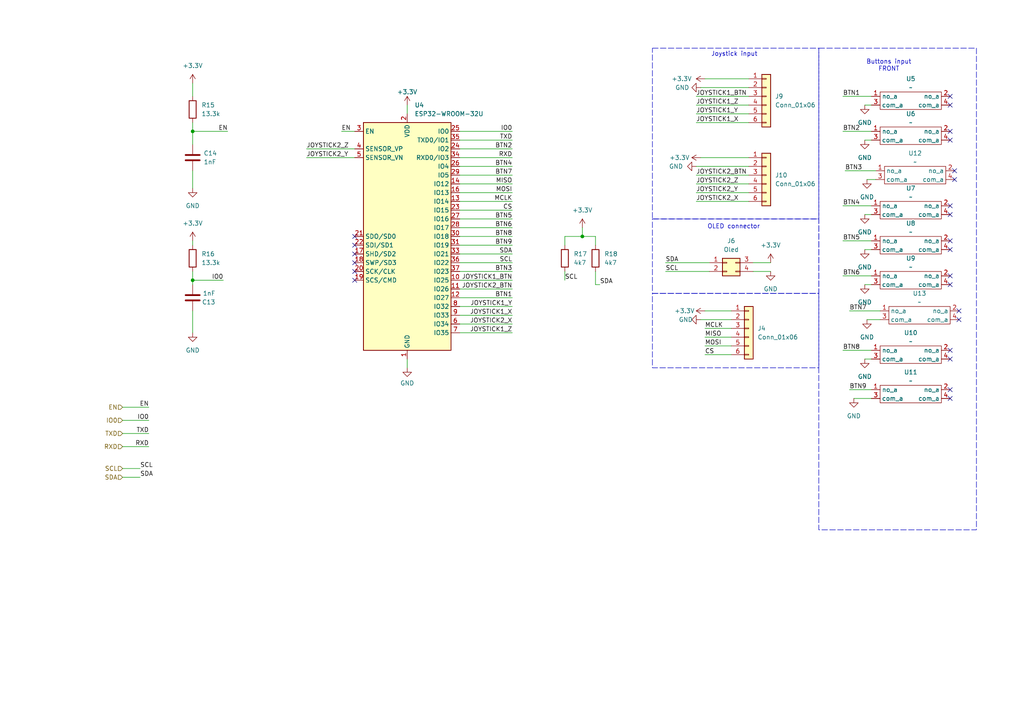
<source format=kicad_sch>
(kicad_sch (version 20250114) (generator "eeschema") (generator_version "9.0")
  (paper "A4")
  (lib_symbols
    (symbol "Connector_Generic:Conn_01x06" (pin_names (offset 1.016) (hide yes))
      (property "Reference" "J" (at 0 7.62 0))
      (property "Value" "Conn_01x06" (at 0 -10.16 0))
      (symbol "Conn_01x06_1_1"
        (rectangle (start -1.27 6.35) (end 1.27 -8.89) (stroke (width 0.254)) (fill (type background)))
        (rectangle (start -1.27 5.207) (end 0 4.953) (stroke (width 0.1524)))
        (rectangle (start -1.27 2.667) (end 0 2.413) (stroke (width 0.1524)))
        (rectangle (start -1.27 0.127) (end 0 -0.127) (stroke (width 0.1524)))
        (rectangle (start -1.27 -2.413) (end 0 -2.667) (stroke (width 0.1524)))
        (rectangle (start -1.27 -4.953) (end 0 -5.207) (stroke (width 0.1524)))
        (rectangle (start -1.27 -7.493) (end 0 -7.747) (stroke (width 0.1524)))
        (pin passive line (at -5.08 5.08 0) (length 3.81) (name "Pin_1") (number "1"))
        (pin passive line (at -5.08 2.54 0) (length 3.81) (name "Pin_2") (number "2"))
        (pin passive line (at -5.08 0 0) (length 3.81) (name "Pin_3") (number "3"))
        (pin passive line (at -5.08 -2.54 0) (length 3.81) (name "Pin_4") (number "4"))
        (pin passive line (at -5.08 -5.08 0) (length 3.81) (name "Pin_5") (number "5"))
        (pin passive line (at -5.08 -7.62 0) (length 3.81) (name "Pin_6") (number "6"))
      )
    )
    (symbol "Connector_Generic:Conn_02x02_Top_Bottom" (pin_names (offset 1.016) (hide yes))
      (property "Reference" "J" (at 1.27 2.54 0))
      (property "Value" "Conn_02x02_Top_Bottom" (at 1.27 -5.08 0))
      (symbol "Conn_02x02_Top_Bottom_1_1"
        (rectangle (start -1.27 1.27) (end 3.81 -3.81) (stroke (width 0.254)) (fill (type background)))
        (rectangle (start -1.27 0.127) (end 0 -0.127) (stroke (width 0.1524)))
        (rectangle (start -1.27 -2.413) (end 0 -2.667) (stroke (width 0.1524)))
        (rectangle (start 3.81 0.127) (end 2.54 -0.127) (stroke (width 0.1524)))
        (rectangle (start 3.81 -2.413) (end 2.54 -2.667) (stroke (width 0.1524)))
        (pin passive line (at -5.08 0 0) (length 3.81) (name "Pin_1") (number "1"))
        (pin passive line (at -5.08 -2.54 0) (length 3.81) (name "Pin_2") (number "2"))
        (pin passive line (at 7.62 0 180) (length 3.81) (name "Pin_3") (number "3"))
        (pin passive line (at 7.62 -2.54 180) (length 3.81) (name "Pin_4") (number "4"))
      )
    )
    (symbol "Device:C" (pin_numbers (hide yes)) (pin_names (offset 0.254))
      (property "Reference" "C" (at 0.635 2.54 0))
      (property "Value" "C" (at 0.635 -2.54 0))
      (symbol "C_0_1"
        (polyline (pts (xy -2.032 0.762) (xy 2.032 0.762)) (stroke (width 0.508)))
        (polyline (pts (xy -2.032 -0.762) (xy 2.032 -0.762)) (stroke (width 0.508)))
      )
      (symbol "C_1_1"
        (pin passive line (at 0 3.81 270) (length 2.794) (name "~") (number "1"))
        (pin passive line (at 0 -3.81 90) (length 2.794) (name "~") (number "2"))
      )
    )
    (symbol "Device:R" (pin_numbers (hide yes)) (pin_names (offset 0))
      (property "Reference" "R" (at 2.032 0 90))
      (property "Value" "R" (at 0 0 90))
      (symbol "R_0_1"
        (rectangle (start -1.016 -2.54) (end 1.016 2.54) (stroke (width 0.254)))
      )
      (symbol "R_1_1"
        (pin passive line (at 0 3.81 270) (length 1.27) (name "~") (number "1"))
        (pin passive line (at 0 -3.81 90) (length 1.27) (name "~") (number "2"))
      )
    )
    (symbol "RF_Module:ESP32-WROOM-32U"
      (property "Reference" "U" (at -12.7 34.29 0))
      (property "Value" "ESP32-WROOM-32U" (at 1.27 34.29 0))
      (symbol "ESP32-WROOM-32U_0_1"
        (rectangle (start -12.7 33.02) (end 12.7 -33.02) (stroke (width 0.254)) (fill (type background)))
      )
      (symbol "ESP32-WROOM-32U_1_1"
        (pin input line (at -15.24 30.48 0) (length 2.54) (name "EN") (number "3"))
        (pin input line (at -15.24 25.4 0) (length 2.54) (name "SENSOR_VP") (number "4"))
        (pin input line (at -15.24 22.86 0) (length 2.54) (name "SENSOR_VN") (number "5"))
        (pin bidirectional line (at -15.24 0 0) (length 2.54) (name "SDO/SD0") (number "21"))
        (pin bidirectional line (at -15.24 -2.54 0) (length 2.54) (name "SDI/SD1") (number "22"))
        (pin bidirectional line (at -15.24 -5.08 0) (length 2.54) (name "SHD/SD2") (number "17"))
        (pin bidirectional line (at -15.24 -7.62 0) (length 2.54) (name "SWP/SD3") (number "18"))
        (pin bidirectional line (at -15.24 -10.16 0) (length 2.54) (name "SCK/CLK") (number "20"))
        (pin bidirectional line (at -15.24 -12.7 0) (length 2.54) (name "SCS/CMD") (number "19"))
        (pin no_connect line (at -12.7 -27.94 0) (length 2.54) (hide yes) (name "NC") (number "32"))
        (pin power_in line (at 0 35.56 270) (length 2.54) (name "VDD") (number "2"))
        (pin power_in line (at 0 -35.56 90) (length 2.54) (name "GND") (number "1"))
        (pin passive line (at 0 -35.56 90) (length 2.54) (hide yes) (name "GND") (number "15"))
        (pin passive line (at 0 -35.56 90) (length 2.54) (hide yes) (name "GND") (number "38"))
        (pin passive line (at 0 -35.56 90) (length 2.54) (hide yes) (name "GND") (number "39"))
        (pin bidirectional line (at 15.24 30.48 180) (length 2.54) (name "IO0") (number "25"))
        (pin bidirectional line (at 15.24 27.94 180) (length 2.54) (name "TXD0/IO1") (number "35"))
        (pin bidirectional line (at 15.24 25.4 180) (length 2.54) (name "IO2") (number "24"))
        (pin bidirectional line (at 15.24 22.86 180) (length 2.54) (name "RXD0/IO3") (number "34"))
        (pin bidirectional line (at 15.24 20.32 180) (length 2.54) (name "IO4") (number "26"))
        (pin bidirectional line (at 15.24 17.78 180) (length 2.54) (name "IO5") (number "29"))
        (pin bidirectional line (at 15.24 15.24 180) (length 2.54) (name "IO12") (number "14"))
        (pin bidirectional line (at 15.24 12.7 180) (length 2.54) (name "IO13") (number "16"))
        (pin bidirectional line (at 15.24 10.16 180) (length 2.54) (name "IO14") (number "13"))
        (pin bidirectional line (at 15.24 7.62 180) (length 2.54) (name "IO15") (number "23"))
        (pin bidirectional line (at 15.24 5.08 180) (length 2.54) (name "IO16") (number "27"))
        (pin bidirectional line (at 15.24 2.54 180) (length 2.54) (name "IO17") (number "28"))
        (pin bidirectional line (at 15.24 0 180) (length 2.54) (name "IO18") (number "30"))
        (pin bidirectional line (at 15.24 -2.54 180) (length 2.54) (name "IO19") (number "31"))
        (pin bidirectional line (at 15.24 -5.08 180) (length 2.54) (name "IO21") (number "33"))
        (pin bidirectional line (at 15.24 -7.62 180) (length 2.54) (name "IO22") (number "36"))
        (pin bidirectional line (at 15.24 -10.16 180) (length 2.54) (name "IO23") (number "37"))
        (pin bidirectional line (at 15.24 -12.7 180) (length 2.54) (name "IO25") (number "10"))
        (pin bidirectional line (at 15.24 -15.24 180) (length 2.54) (name "IO26") (number "11"))
        (pin bidirectional line (at 15.24 -17.78 180) (length 2.54) (name "IO27") (number "12"))
        (pin bidirectional line (at 15.24 -20.32 180) (length 2.54) (name "IO32") (number "8"))
        (pin bidirectional line (at 15.24 -22.86 180) (length 2.54) (name "IO33") (number "9"))
        (pin input line (at 15.24 -25.4 180) (length 2.54) (name "IO34") (number "6"))
        (pin input line (at 15.24 -27.94 180) (length 2.54) (name "IO35") (number "7"))
      )
    )
    (symbol "power:+3.3V" (power) (pin_names (offset 0))
      (property "Value" "+3.3V" (at 0 3.556 0))
      (symbol "+3.3V_0_1"
        (polyline (pts (xy -0.762 1.27) (xy 0 2.54)))
        (polyline (pts (xy 0 2.54) (xy 0.762 1.27)))
        (polyline (pts (xy 0 0) (xy 0 2.54)))
      )
      (symbol "+3.3V_1_1"
        (pin power_in line (at 0 0 90) (length 0) (hide yes) (name "+3.3V") (number "1"))
      )
    )
    (symbol "power:GND" (power) (pin_names (offset 0))
      (property "Value" "GND" (at 0 -3.81 0))
      (symbol "GND_0_1"
        (polyline (pts (xy 0 0) (xy 0 -1.27) (xy 1.27 -1.27) (xy 0 -2.54) (xy -1.27 -1.27) (xy 0 -1.27)))
      )
      (symbol "GND_1_1"
        (pin power_in line (at 0 0 270) (length 0) (hide yes) (name "GND") (number "1"))
      )
    )
    (symbol "ts-1212f:swith_tf-1212f"
      (property "Reference" "U" (at 0 0 0))
      (symbol "swith_tf-1212f_0_1"
        (rectangle (start -8.89 2.54) (end 8.89 -2.54))
      )
      (symbol "swith_tf-1212f_1_1"
        (pin bidirectional line (at -11.43 1.27 0) (length 2.54) (name "no_a") (number "1"))
        (pin bidirectional line (at -11.43 -1.27 0) (length 2.54) (name "com_a") (number "3"))
        (pin bidirectional line (at 11.43 1.27 180) (length 2.54) (name "no_a") (number "2"))
        (pin bidirectional line (at 11.43 -1.27 180) (length 2.54) (name "com_a") (number "4"))
      )
    )
  )
  (rectangle (start 189.23 63.5) (end 237.49 85.09) (stroke (width 0) (type dash)))
  (rectangle (start 189.23 85.09) (end 237.49 106.68) (stroke (width 0) (type dash)))
  (rectangle (start 237.49 13.97) (end 283.21 153.67) (stroke (width 0) (type dash)))
  (rectangle (start 189.23 13.97) (end 237.49 63.5) (stroke (width 0) (type dash)))
  (text "Buttons input\nFRONT" (at 257.81 20.828 0) (effects (font (size 1.27 1.27)) (justify bottom)))
  (text "Joystick input" (at 206.248 16.51 0) (effects (font (size 1.27 1.27)) (justify left bottom)))
  (text "OLED connector" (at 220.472 66.548 0) (effects (font (size 1.27 1.27)) (justify right bottom)))
  (junction (at 55.88 81.28))
  (junction (at 55.88 38.1))
  (junction (at 168.91 68.58))
  (no_connect (at 102.87 73.66))
  (no_connect (at 102.87 76.2))
  (no_connect (at 278.13 92.71))
  (no_connect (at 278.13 90.17))
  (no_connect (at 275.59 30.48))
  (no_connect (at 275.59 101.6))
  (no_connect (at 275.59 72.39))
  (no_connect (at 102.87 68.58))
  (no_connect (at 102.87 78.74))
  (no_connect (at 275.59 82.55))
  (no_connect (at 275.59 104.14))
  (no_connect (at 275.59 115.57))
  (no_connect (at 275.59 113.03))
  (no_connect (at 275.59 40.64))
  (no_connect (at 275.59 38.1))
  (no_connect (at 276.86 52.07))
  (no_connect (at 275.59 62.23))
  (no_connect (at 276.86 49.53))
  (no_connect (at 102.87 81.28))
  (no_connect (at 275.59 27.94))
  (no_connect (at 275.59 69.85))
  (no_connect (at 275.59 80.01))
  (no_connect (at 102.87 71.12))
  (no_connect (at 275.59 59.69))
  (wire (pts (xy 203.2 92.71) (xy 212.09 92.71)))
  (wire (pts (xy 204.47 102.87) (xy 212.09 102.87)))
  (wire (pts (xy 244.475 27.94) (xy 252.73 27.94)))
  (wire (pts (xy 133.35 93.98) (xy 148.59 93.98)))
  (wire (pts (xy 35.56 138.43) (xy 40.64 138.43)))
  (wire (pts (xy 66.04 38.1) (xy 55.88 38.1)))
  (wire (pts (xy 133.35 91.44) (xy 148.59 91.44)))
  (wire (pts (xy 203.2 25.4) (xy 217.17 25.4)))
  (wire (pts (xy 133.35 68.58) (xy 148.59 68.58)))
  (wire (pts (xy 133.35 76.2) (xy 148.59 76.2)))
  (wire (pts (xy 251.46 92.71) (xy 255.27 92.71)))
  (wire (pts (xy 133.35 63.5) (xy 148.59 63.5)))
  (wire (pts (xy 133.35 71.12) (xy 148.59 71.12)))
  (wire (pts (xy 244.475 69.85) (xy 252.73 69.85)))
  (wire (pts (xy 193.04 76.2) (xy 205.74 76.2)))
  (wire (pts (xy 244.475 101.6) (xy 252.73 101.6)))
  (wire (pts (xy 250.825 30.48) (xy 252.73 30.48)))
  (wire (pts (xy 133.35 88.9) (xy 148.59 88.9)))
  (wire (pts (xy 118.11 30.48) (xy 118.11 33.02)))
  (wire (pts (xy 35.56 135.89) (xy 40.64 135.89)))
  (wire (pts (xy 133.35 48.26) (xy 148.59 48.26)))
  (wire (pts (xy 250.825 72.39) (xy 252.73 72.39)))
  (wire (pts (xy 203.2 45.72) (xy 217.17 45.72)))
  (wire (pts (xy 201.93 58.42) (xy 217.17 58.42)))
  (wire (pts (xy 88.9 45.72) (xy 102.87 45.72)))
  (wire (pts (xy 201.93 53.34) (xy 217.17 53.34)))
  (wire (pts (xy 247.65 115.57) (xy 252.73 115.57)))
  (wire (pts (xy 201.93 35.56) (xy 217.17 35.56)))
  (wire (pts (xy 55.88 49.53) (xy 55.88 54.61)))
  (wire (pts (xy 163.83 78.74) (xy 163.83 81.28)))
  (wire (pts (xy 163.83 71.12) (xy 163.83 68.58)))
  (wire (pts (xy 133.35 81.28) (xy 148.59 81.28)))
  (wire (pts (xy 254 49.53) (xy 245.11 49.53)))
  (wire (pts (xy 163.83 68.58) (xy 168.91 68.58)))
  (wire (pts (xy 255.27 90.17) (xy 246.38 90.17)))
  (wire (pts (xy 55.88 81.28) (xy 55.88 82.55)))
  (wire (pts (xy 35.56 121.92) (xy 43.18 121.92)))
  (wire (pts (xy 133.35 53.34) (xy 148.59 53.34)))
  (wire (pts (xy 55.88 24.13) (xy 55.88 27.94)))
  (wire (pts (xy 193.04 78.74) (xy 205.74 78.74)))
  (wire (pts (xy 201.93 55.88) (xy 217.17 55.88)))
  (wire (pts (xy 204.47 95.25) (xy 212.09 95.25)))
  (wire (pts (xy 99.06 38.1) (xy 102.87 38.1)))
  (wire (pts (xy 35.56 129.54) (xy 43.18 129.54)))
  (wire (pts (xy 204.47 22.86) (xy 217.17 22.86)))
  (wire (pts (xy 35.56 125.73) (xy 43.18 125.73)))
  (wire (pts (xy 218.44 78.74) (xy 223.52 78.74)))
  (wire (pts (xy 201.93 27.94) (xy 217.17 27.94)))
  (wire (pts (xy 201.93 30.48) (xy 217.17 30.48)))
  (wire (pts (xy 55.88 81.28) (xy 55.88 78.74)))
  (wire (pts (xy 133.35 86.36) (xy 148.59 86.36)))
  (wire (pts (xy 201.93 50.8) (xy 217.17 50.8)))
  (wire (pts (xy 35.56 118.11) (xy 43.18 118.11)))
  (wire (pts (xy 172.72 68.58) (xy 172.72 71.12)))
  (wire (pts (xy 218.44 76.2) (xy 223.52 76.2)))
  (wire (pts (xy 172.72 82.55) (xy 173.99 82.55)))
  (wire (pts (xy 133.35 38.1) (xy 148.59 38.1)))
  (wire (pts (xy 133.35 45.72) (xy 148.59 45.72)))
  (wire (pts (xy 64.77 81.28) (xy 55.88 81.28)))
  (wire (pts (xy 118.11 104.14) (xy 118.11 106.68)))
  (wire (pts (xy 133.35 43.18) (xy 148.59 43.18)))
  (wire (pts (xy 212.09 90.17) (xy 204.47 90.17)))
  (wire (pts (xy 244.475 80.01) (xy 252.73 80.01)))
  (wire (pts (xy 246.38 113.03) (xy 252.73 113.03)))
  (wire (pts (xy 244.475 59.69) (xy 252.73 59.69)))
  (wire (pts (xy 133.35 55.88) (xy 148.59 55.88)))
  (wire (pts (xy 250.825 40.64) (xy 252.73 40.64)))
  (wire (pts (xy 250.825 82.55) (xy 252.73 82.55)))
  (wire (pts (xy 133.35 60.96) (xy 148.59 60.96)))
  (wire (pts (xy 133.35 73.66) (xy 148.59 73.66)))
  (wire (pts (xy 244.475 38.1) (xy 252.73 38.1)))
  (wire (pts (xy 133.35 83.82) (xy 148.59 83.82)))
  (wire (pts (xy 133.35 66.04) (xy 148.59 66.04)))
  (wire (pts (xy 133.35 40.64) (xy 148.59 40.64)))
  (wire (pts (xy 55.88 90.17) (xy 55.88 96.52)))
  (wire (pts (xy 55.88 38.1) (xy 55.88 41.91)))
  (wire (pts (xy 55.88 35.56) (xy 55.88 38.1)))
  (wire (pts (xy 133.35 78.74) (xy 148.59 78.74)))
  (wire (pts (xy 55.88 69.85) (xy 55.88 71.12)))
  (wire (pts (xy 204.47 100.33) (xy 212.09 100.33)))
  (wire (pts (xy 168.91 68.58) (xy 172.72 68.58)))
  (wire (pts (xy 250.825 62.23) (xy 252.73 62.23)))
  (wire (pts (xy 133.35 58.42) (xy 148.59 58.42)))
  (wire (pts (xy 133.35 50.8) (xy 148.59 50.8)))
  (wire (pts (xy 172.72 78.74) (xy 172.72 82.55)))
  (wire (pts (xy 201.93 33.02) (xy 217.17 33.02)))
  (wire (pts (xy 250.825 104.14) (xy 252.73 104.14)))
  (wire (pts (xy 201.93 48.26) (xy 217.17 48.26)))
  (wire (pts (xy 168.91 66.04) (xy 168.91 68.58)))
  (wire (pts (xy 204.47 97.79) (xy 212.09 97.79)))
  (wire (pts (xy 251.46 52.07) (xy 254 52.07)))
  (wire (pts (xy 133.35 96.52) (xy 148.59 96.52)))
  (wire (pts (xy 88.9 43.18) (xy 102.87 43.18)))
  (label "CS" (at 204.47 102.87 0))
  (label "JOYSTICK2_Y" (at 201.93 55.88 0))
  (label "EN" (at 99.06 38.1 0))
  (label "SDA" (at 40.64 138.43 0))
  (label "BTN3" (at 148.59 78.74 180))
  (label "BTN7" (at 246.38 90.17 0))
  (label "RXD" (at 43.18 129.54 180))
  (label "BTN6" (at 244.475 80.01 0))
  (label "TXD" (at 148.59 40.64 180))
  (label "BTN4" (at 148.59 48.26 180))
  (label "RXD" (at 148.59 45.72 180))
  (label "SCL" (at 40.64 135.89 0))
  (label "MISO" (at 204.47 97.79 0))
  (label "JOYSTICK1_Z" (at 201.93 30.48 0))
  (label "SCL" (at 163.83 81.28 0))
  (label "MOSI" (at 204.47 100.33 0))
  (label "SCL" (at 148.59 76.2 180))
  (label "MCLK" (at 148.59 58.42 180))
  (label "IO0" (at 148.59 38.1 180))
  (label "SCL" (at 193.04 78.74 0))
  (label "BTN8" (at 148.59 68.58 180))
  (label "JOYSTICK2_Z" (at 201.93 53.34 0))
  (label "EN" (at 43.18 118.11 180))
  (label "SDA" (at 173.99 82.55 0))
  (label "JOYSTICK2_X" (at 201.93 58.42 0))
  (label "JOYSTICK2_BTN" (at 201.93 50.8 0))
  (label "BTN9" (at 246.38 113.03 0))
  (label "JOYSTICK2_BTN" (at 148.59 83.82 180))
  (label "BTN7" (at 148.59 50.8 180))
  (label "JOYSTICK1_BTN" (at 201.93 27.94 0))
  (label "BTN3" (at 245.11 49.53 0))
  (label "JOYSTICK2_Z" (at 88.9 43.18 0))
  (label "JOYSTICK1_X" (at 201.93 35.56 0))
  (label "JOYSTICK1_X" (at 148.59 91.44 180))
  (label "IO0" (at 43.18 121.92 180))
  (label "JOYSTICK1_Y" (at 201.93 33.02 0))
  (label "SDA" (at 148.59 73.66 180))
  (label "BTN2" (at 148.59 43.18 180))
  (label "BTN1" (at 148.59 86.36 180))
  (label "BTN5" (at 244.475 69.85 0))
  (label "BTN1" (at 244.475 27.94 0))
  (label "JOYSTICK2_Y" (at 88.9 45.72 0))
  (label "BTN5" (at 148.59 63.5 180))
  (label "TXD" (at 43.18 125.73 180))
  (label "SDA" (at 193.04 76.2 0))
  (label "EN" (at 66.04 38.1 180))
  (label "JOYSTICK1_Y" (at 148.59 88.9 180))
  (label "BTN8" (at 244.475 101.6 0))
  (label "MOSI" (at 148.59 55.88 180))
  (label "BTN4" (at 244.475 59.69 0))
  (label "JOYSTICK2_X" (at 148.59 93.98 180))
  (label "JOYSTICK1_BTN" (at 148.59 81.28 180))
  (label "IO0" (at 64.77 81.28 180))
  (label "BTN2" (at 244.475 38.1 0))
  (label "BTN9" (at 148.59 71.12 180))
  (label "MCLK" (at 204.47 95.25 0))
  (label "MISO" (at 148.59 53.34 180))
  (label "CS" (at 148.59 60.96 180))
  (label "BTN6" (at 148.59 66.04 180))
  (label "JOYSTICK1_Z" (at 148.59 96.52 180))
  (hierarchical_label "EN" (shape input) (at 35.56 118.11 180))
  (hierarchical_label "RXD" (shape input) (at 35.56 129.54 180))
  (hierarchical_label "SDA" (shape input) (at 35.56 138.43 180))
  (hierarchical_label "SCL" (shape input) (at 35.56 135.89 180))
  (hierarchical_label "IO0" (shape input) (at 35.56 121.92 180))
  (hierarchical_label "TXD" (shape input) (at 35.56 125.73 180))
  (symbol (lib_id "power:+3.3V") (at 168.91 66.04 0) (unit 1)
    (property "Reference" "#PWR024" (effects (hide yes)))
    (property "Value" "+3.3V" (at 168.91 60.96 0))
  )
  (symbol (lib_id "Device:R") (at 55.88 74.93 180) (unit 1)
    (property "Reference" "R16" (at 58.42 73.6599 0) (effects (justify right)))
    (property "Value" "13.3k" (at 58.42 76.1999 0) (effects (justify right)))
    (property "Footprint" "Resistor_SMD:R_0603_1608Metric" (effects (hide yes)))
    (property "LCSC" "C25952" (effects (hide yes)))
  )
  (symbol (lib_id "power:+3.3V") (at 204.47 90.17 90) (unit 1)
    (property "Reference" "#PWR031" (effects (hide yes)))
    (property "Value" "+3.3V" (at 195.58 90.17 90) (effects (justify right)))
  )
  (symbol (lib_id "power:+3.3V") (at 118.11 30.48 0) (unit 1)
    (property "Reference" "#PWR022" (effects (hide yes)))
    (property "Value" "+3.3V" (at 118.11 26.67 0))
  )
  (symbol (lib_id "ts-1212f:swith_tf-1212f") (at 265.43 50.8 0) (unit 1)
    (property "Reference" "U12" (at 265.43 44.45 0))
    (property "Value" "~" (at 265.43 46.99 0))
    (property "Footprint" "ts-1212f:ts-1212f" (effects (hide yes)))
  )
  (symbol (lib_id "Device:R") (at 172.72 74.93 180) (unit 1)
    (property "Reference" "R18" (at 175.26 73.6599 0) (effects (justify right)))
    (property "Value" "4k7" (at 175.26 76.1999 0) (effects (justify right)))
    (property "Footprint" "Resistor_SMD:R_0402_1005Metric" (effects (hide yes)))
    (property "LCSC" "C25952" (effects (hide yes)))
  )
  (symbol (lib_id "Device:R") (at 163.83 74.93 180) (unit 1)
    (property "Reference" "R17" (at 166.37 73.6599 0) (effects (justify right)))
    (property "Value" "4k7" (at 166.37 76.1999 0) (effects (justify right)))
    (property "Footprint" "Resistor_SMD:R_0402_1005Metric" (effects (hide yes)))
    (property "LCSC" "C25952" (effects (hide yes)))
  )
  (symbol (lib_id "Device:C") (at 55.88 45.72 0) (unit 1)
    (property "Reference" "C14" (at 59.055 44.45 0) (effects (justify left)))
    (property "Value" "1nF" (at 59.055 46.99 0) (effects (justify left)))
    (property "Footprint" "Capacitor_SMD:C_0603_1608Metric" (effects (hide yes)))
    (property "LCSC" "C1588" (effects (hide yes)))
  )
  (symbol (lib_id "Connector_Generic:Conn_02x02_Top_Bottom") (at 210.82 76.2 0) (unit 1)
    (property "Reference" "J6" (at 212.09 69.85 0))
    (property "Value" "Oled" (at 212.09 72.39 0))
    (property "Footprint" "Connector_PinSocket_2.54mm:PinSocket_2x02_P2.54mm_Vertical" (effects (hide yes)))
    (property "Description" "Generic connector, double row, 02x02, top/bottom pin numbering scheme (row 1: 1...pins_per_row, row2: pins_per_row+1 ... num_pins), script generated (kicad-library-utils/schlib/autogen/connector/)" (effects (hide yes)))
  )
  (symbol (lib_id "power:GND") (at 247.65 115.57 0) (unit 1)
    (property "Reference" "#PWR033" (effects (hide yes)))
    (property "Value" "GND" (at 247.65 120.65 0))
  )
  (symbol (lib_id "ts-1212f:swith_tf-1212f") (at 264.16 60.96 0) (unit 1)
    (property "Reference" "U7" (at 264.16 54.61 0))
    (property "Value" "~" (at 264.16 57.15 0))
    (property "Footprint" "ts-1212f:ts-1212f" (effects (hide yes)))
  )
  (symbol (lib_id "ts-1212f:swith_tf-1212f") (at 264.16 81.28 0) (unit 1)
    (property "Reference" "U9" (at 264.16 74.93 0))
    (property "Value" "~" (at 264.16 77.47 0))
    (property "Footprint" "ts-1212f:ts-1212f" (effects (hide yes)))
  )
  (symbol (lib_id "power:GND") (at 250.825 104.14 0) (unit 1)
    (property "Reference" "#PWR039" (effects (hide yes)))
    (property "Value" "GND" (at 250.825 109.22 0))
  )
  (symbol (lib_id "power:GND") (at 203.2 92.71 270) (unit 1)
    (property "Reference" "#PWR032" (effects (hide yes)))
    (property "Value" "GND" (at 196.85 92.71 90) (effects (justify left)))
  )
  (symbol (lib_id "power:GND") (at 201.93 48.26 270) (unit 1)
    (property "Reference" "#PWR026" (effects (hide yes)))
    (property "Value" "GND" (at 198.12 48.2599 90) (effects (justify right)))
  )
  (symbol (lib_id "power:GND") (at 223.52 78.74 0) (unit 1)
    (property "Reference" "#PWR030" (effects (hide yes)))
    (property "Value" "GND" (at 223.52 83.82 0))
  )
  (symbol (lib_id "Device:C") (at 55.88 86.36 180) (unit 1)
    (property "Reference" "C13" (at 62.484 87.63 0) (effects (justify left)))
    (property "Value" "1nF" (at 62.484 85.09 0) (effects (justify left)))
    (property "Footprint" "Capacitor_SMD:C_0603_1608Metric" (effects (hide yes)))
    (property "LCSC" "C1588" (effects (hide yes)))
  )
  (symbol (lib_id "power:GND") (at 250.825 62.23 0) (unit 1)
    (property "Reference" "#PWR036" (effects (hide yes)))
    (property "Value" "GND" (at 250.825 67.31 0))
  )
  (symbol (lib_id "power:GND") (at 251.46 92.71 0) (unit 1)
    (property "Reference" "#PWR041" (effects (hide yes)))
    (property "Value" "GND" (at 251.46 97.79 0))
  )
  (symbol (lib_id "Device:R") (at 55.88 31.75 180) (unit 1)
    (property "Reference" "R15" (at 58.42 30.4799 0) (effects (justify right)))
    (property "Value" "13.3k" (at 58.42 33.0199 0) (effects (justify right)))
    (property "Footprint" "Resistor_SMD:R_0603_1608Metric" (effects (hide yes)))
    (property "LCSC" "C25952" (effects (hide yes)))
  )
  (symbol (lib_id "power:GND") (at 203.2 25.4 270) (unit 1)
    (property "Reference" "#PWR028" (effects (hide yes)))
    (property "Value" "GND" (at 195.834 25.4 90) (effects (justify left)))
  )
  (symbol (lib_id "power:GND") (at 55.88 96.52 0) (unit 1)
    (property "Reference" "#PWR018" (effects (hide yes)))
    (property "Value" "GND" (at 55.88 101.6 0))
  )
  (symbol (lib_id "ts-1212f:swith_tf-1212f") (at 264.16 29.21 0) (unit 1)
    (property "Reference" "U5" (at 264.16 22.86 0))
    (property "Value" "~" (at 264.16 25.4 0))
    (property "Footprint" "ts-1212f:ts-1212f" (effects (hide yes)))
  )
  (symbol (lib_id "Connector_Generic:Conn_01x06") (at 217.17 95.25 0) (unit 1)
    (property "Reference" "J4" (at 219.71 95.2499 0) (effects (justify left)))
    (property "Value" "Conn_01x06" (at 219.71 97.7899 0) (effects (justify left)))
    (property "Footprint" "Connector_JST:JST_PH_B6B-PH-K_1x06_P2.00mm_Vertical" (effects (hide yes)))
    (property "Description" "Generic connector, single row, 01x06, script generated (kicad-library-utils/schlib/autogen/connector/)" (effects (hide yes)))
  )
  (symbol (lib_id "power:+3.3V") (at 55.88 24.13 0) (unit 1)
    (property "Reference" "#PWR019" (effects (hide yes)))
    (property "Value" "+3.3V" (at 55.88 19.05 0))
  )
  (symbol (lib_id "ts-1212f:swith_tf-1212f") (at 264.16 71.12 0) (unit 1)
    (property "Reference" "U8" (at 264.16 64.77 0))
    (property "Value" "~" (at 264.16 67.31 0))
    (property "Footprint" "ts-1212f:ts-1212f" (effects (hide yes)))
  )
  (symbol (lib_id "RF_Module:ESP32-WROOM-32U") (at 118.11 68.58 0) (unit 1)
    (property "Reference" "U4" (at 120.2533 30.48 0) (effects (justify left)))
    (property "Value" "ESP32-WROOM-32U" (at 120.2533 33.02 0) (effects (justify left)))
    (property "Footprint" "RF_Module:ESP32-WROOM-32U" (effects (hide yes)))
    (property "Datasheet" "https://www.espressif.com/sites/default/files/documentation/esp32-wroom-32d_esp32-wroom-32u_datasheet_en.pdf" (effects (hide yes)))
    (property "Description" "RF Module, ESP32-D0WD SoC, Wi-Fi 802.11b/g/n, Bluetooth, BLE, 32-bit, 2.7-3.6V, external antenna, SMD" (effects (hide yes)))
  )
  (symbol (lib_id "Connector_Generic:Conn_01x06") (at 222.25 27.94 0) (unit 1)
    (property "Reference" "J9" (at 224.79 27.9399 0) (effects (justify left)))
    (property "Value" "Conn_01x06" (at 224.79 30.4799 0) (effects (justify left)))
    (property "Footprint" "Connector_JST:JST_PH_B6B-PH-K_1x06_P2.00mm_Vertical" (effects (hide yes)))
    (property "Description" "Generic connector, single row, 01x06, script generated (kicad-library-utils/schlib/autogen/connector/)" (effects (hide yes)))
  )
  (symbol (lib_id "ts-1212f:swith_tf-1212f") (at 264.16 114.3 0) (unit 1)
    (property "Reference" "U11" (at 264.16 107.95 0))
    (property "Value" "~" (at 264.16 110.49 0))
    (property "Footprint" "ts-1212f:ts-1212f" (effects (hide yes)))
  )
  (symbol (lib_id "power:GND") (at 250.825 82.55 0) (unit 1)
    (property "Reference" "#PWR038" (effects (hide yes)))
    (property "Value" "GND" (at 250.825 87.63 0))
  )
  (symbol (lib_id "power:GND") (at 250.825 30.48 0) (unit 1)
    (property "Reference" "#PWR034" (effects (hide yes)))
    (property "Value" "GND" (at 250.825 35.56 0))
  )
  (symbol (lib_id "ts-1212f:swith_tf-1212f") (at 264.16 39.37 0) (unit 1)
    (property "Reference" "U6" (at 264.16 33.02 0))
    (property "Value" "~" (at 264.16 35.56 0))
    (property "Footprint" "ts-1212f:ts-1212f" (effects (hide yes)))
  )
  (symbol (lib_id "power:+3.3V") (at 204.47 22.86 90) (unit 1)
    (property "Reference" "#PWR027" (effects (hide yes)))
    (property "Value" "+3.3V" (at 200.66 22.8599 90) (effects (justify left)))
  )
  (symbol (lib_id "power:GND") (at 251.46 52.07 0) (unit 1)
    (property "Reference" "#PWR040" (effects (hide yes)))
    (property "Value" "GND" (at 251.46 57.15 0))
  )
  (symbol (lib_id "power:+3.3V") (at 223.52 76.2 0) (unit 1)
    (property "Reference" "#PWR029" (effects (hide yes)))
    (property "Value" "+3.3V" (at 223.52 71.12 0))
  )
  (symbol (lib_id "power:+3.3V") (at 55.88 69.85 0) (unit 1)
    (property "Reference" "#PWR021" (effects (hide yes)))
    (property "Value" "+3.3V" (at 55.88 64.77 0))
  )
  (symbol (lib_id "ts-1212f:swith_tf-1212f") (at 264.16 102.87 0) (unit 1)
    (property "Reference" "U10" (at 264.16 96.52 0))
    (property "Value" "~" (at 264.16 99.06 0))
    (property "Footprint" "ts-1212f:ts-1212f" (effects (hide yes)))
  )
  (symbol (lib_id "power:GND") (at 118.11 106.68 0) (unit 1)
    (property "Reference" "#PWR023" (effects (hide yes)))
    (property "Value" "GND" (at 118.11 111.125 0))
  )
  (symbol (lib_id "power:GND") (at 250.825 40.64 0) (unit 1)
    (property "Reference" "#PWR035" (effects (hide yes)))
    (property "Value" "GND" (at 250.825 45.72 0))
  )
  (symbol (lib_id "power:GND") (at 250.825 72.39 0) (unit 1)
    (property "Reference" "#PWR037" (effects (hide yes)))
    (property "Value" "GND" (at 250.825 77.47 0))
  )
  (symbol (lib_id "Connector_Generic:Conn_01x06") (at 222.25 50.8 0) (unit 1)
    (property "Reference" "J10" (at 224.79 50.7999 0) (effects (justify left)))
    (property "Value" "Conn_01x06" (at 224.79 53.3399 0) (effects (justify left)))
    (property "Footprint" "Connector_JST:JST_PH_B6B-PH-K_1x06_P2.00mm_Vertical" (effects (hide yes)))
    (property "Description" "Generic connector, single row, 01x06, script generated (kicad-library-utils/schlib/autogen/connector/)" (effects (hide yes)))
  )
  (symbol (lib_id "power:GND") (at 55.88 54.61 0) (unit 1)
    (property "Reference" "#PWR020" (effects (hide yes)))
    (property "Value" "GND" (at 55.88 59.69 0))
  )
  (symbol (lib_id "power:+3.3V") (at 203.2 45.72 90) (unit 1)
    (property "Reference" "#PWR025" (effects (hide yes)))
    (property "Value" "+3.3V" (at 200.025 45.72 90) (effects (justify left)))
  )
  (symbol (lib_id "ts-1212f:swith_tf-1212f") (at 266.7 91.44 0) (unit 1)
    (property "Reference" "U13" (at 266.7 85.09 0))
    (property "Value" "~" (at 266.7 87.63 0))
    (property "Footprint" "ts-1212f:ts-1212f" (effects (hide yes)))
  )
)
</source>
